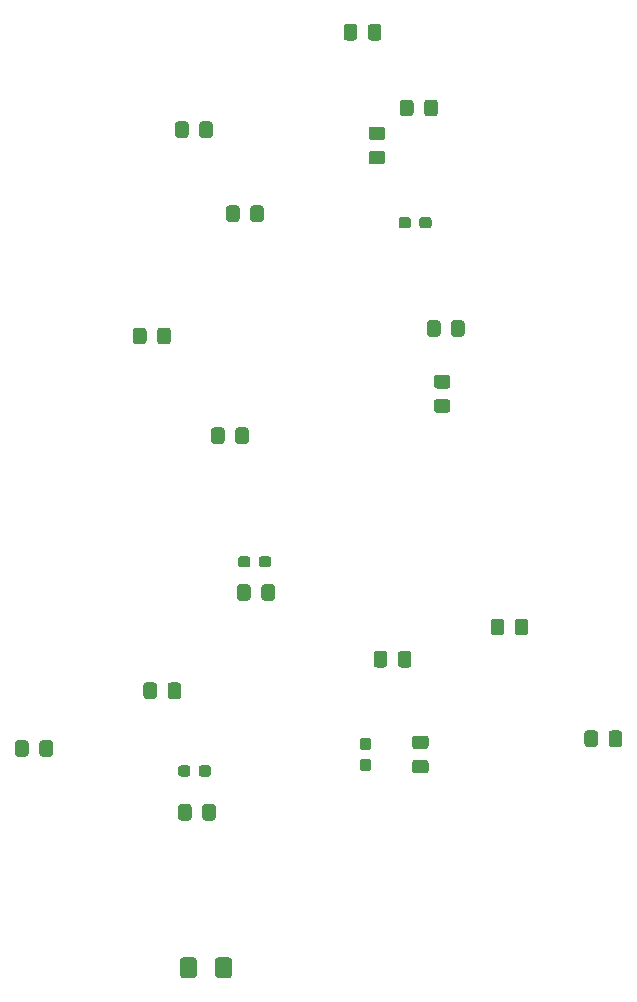
<source format=gbr>
%TF.GenerationSoftware,KiCad,Pcbnew,(5.1.8)-1*%
%TF.CreationDate,2021-11-03T02:03:20+01:00*%
%TF.ProjectId,_autosave-BaumOben,5f617574-6f73-4617-9665-2d4261756d4f,rev?*%
%TF.SameCoordinates,Original*%
%TF.FileFunction,Paste,Top*%
%TF.FilePolarity,Positive*%
%FSLAX46Y46*%
G04 Gerber Fmt 4.6, Leading zero omitted, Abs format (unit mm)*
G04 Created by KiCad (PCBNEW (5.1.8)-1) date 2021-11-03 02:03:20*
%MOMM*%
%LPD*%
G01*
G04 APERTURE LIST*
G04 APERTURE END LIST*
%TO.C,C1*%
G36*
G01*
X92099100Y-144541400D02*
X92099100Y-143291400D01*
G75*
G02*
X92349100Y-143041400I250000J0D01*
G01*
X93274100Y-143041400D01*
G75*
G02*
X93524100Y-143291400I0J-250000D01*
G01*
X93524100Y-144541400D01*
G75*
G02*
X93274100Y-144791400I-250000J0D01*
G01*
X92349100Y-144791400D01*
G75*
G02*
X92099100Y-144541400I0J250000D01*
G01*
G37*
G36*
G01*
X89124100Y-144541400D02*
X89124100Y-143291400D01*
G75*
G02*
X89374100Y-143041400I250000J0D01*
G01*
X90299100Y-143041400D01*
G75*
G02*
X90549100Y-143291400I0J-250000D01*
G01*
X90549100Y-144541400D01*
G75*
G02*
X90299100Y-144791400I-250000J0D01*
G01*
X89374100Y-144791400D01*
G75*
G02*
X89124100Y-144541400I0J250000D01*
G01*
G37*
%TD*%
%TO.C,R10*%
G36*
G01*
X91001000Y-131196501D02*
X91001000Y-130296499D01*
G75*
G02*
X91250999Y-130046500I249999J0D01*
G01*
X91901001Y-130046500D01*
G75*
G02*
X92151000Y-130296499I0J-249999D01*
G01*
X92151000Y-131196501D01*
G75*
G02*
X91901001Y-131446500I-249999J0D01*
G01*
X91250999Y-131446500D01*
G75*
G02*
X91001000Y-131196501I0J249999D01*
G01*
G37*
G36*
G01*
X88951000Y-131196501D02*
X88951000Y-130296499D01*
G75*
G02*
X89200999Y-130046500I249999J0D01*
G01*
X89851001Y-130046500D01*
G75*
G02*
X90101000Y-130296499I0J-249999D01*
G01*
X90101000Y-131196501D01*
G75*
G02*
X89851001Y-131446500I-249999J0D01*
G01*
X89200999Y-131446500D01*
G75*
G02*
X88951000Y-131196501I0J249999D01*
G01*
G37*
%TD*%
%TO.C,R8*%
G36*
G01*
X109924001Y-125407000D02*
X109023999Y-125407000D01*
G75*
G02*
X108774000Y-125157001I0J249999D01*
G01*
X108774000Y-124506999D01*
G75*
G02*
X109023999Y-124257000I249999J0D01*
G01*
X109924001Y-124257000D01*
G75*
G02*
X110174000Y-124506999I0J-249999D01*
G01*
X110174000Y-125157001D01*
G75*
G02*
X109924001Y-125407000I-249999J0D01*
G01*
G37*
G36*
G01*
X109924001Y-127457000D02*
X109023999Y-127457000D01*
G75*
G02*
X108774000Y-127207001I0J249999D01*
G01*
X108774000Y-126556999D01*
G75*
G02*
X109023999Y-126307000I249999J0D01*
G01*
X109924001Y-126307000D01*
G75*
G02*
X110174000Y-126556999I0J-249999D01*
G01*
X110174000Y-127207001D01*
G75*
G02*
X109924001Y-127457000I-249999J0D01*
G01*
G37*
%TD*%
%TO.C,R7*%
G36*
G01*
X96017500Y-112591001D02*
X96017500Y-111690999D01*
G75*
G02*
X96267499Y-111441000I249999J0D01*
G01*
X96917501Y-111441000D01*
G75*
G02*
X97167500Y-111690999I0J-249999D01*
G01*
X97167500Y-112591001D01*
G75*
G02*
X96917501Y-112841000I-249999J0D01*
G01*
X96267499Y-112841000D01*
G75*
G02*
X96017500Y-112591001I0J249999D01*
G01*
G37*
G36*
G01*
X93967500Y-112591001D02*
X93967500Y-111690999D01*
G75*
G02*
X94217499Y-111441000I249999J0D01*
G01*
X94867501Y-111441000D01*
G75*
G02*
X95117500Y-111690999I0J-249999D01*
G01*
X95117500Y-112591001D01*
G75*
G02*
X94867501Y-112841000I-249999J0D01*
G01*
X94217499Y-112841000D01*
G75*
G02*
X93967500Y-112591001I0J249999D01*
G01*
G37*
%TD*%
%TO.C,R3*%
G36*
G01*
X105340999Y-74745000D02*
X106241001Y-74745000D01*
G75*
G02*
X106491000Y-74994999I0J-249999D01*
G01*
X106491000Y-75645001D01*
G75*
G02*
X106241001Y-75895000I-249999J0D01*
G01*
X105340999Y-75895000D01*
G75*
G02*
X105091000Y-75645001I0J249999D01*
G01*
X105091000Y-74994999D01*
G75*
G02*
X105340999Y-74745000I249999J0D01*
G01*
G37*
G36*
G01*
X105340999Y-72695000D02*
X106241001Y-72695000D01*
G75*
G02*
X106491000Y-72944999I0J-249999D01*
G01*
X106491000Y-73595001D01*
G75*
G02*
X106241001Y-73845000I-249999J0D01*
G01*
X105340999Y-73845000D01*
G75*
G02*
X105091000Y-73595001I0J249999D01*
G01*
X105091000Y-72944999D01*
G75*
G02*
X105340999Y-72695000I249999J0D01*
G01*
G37*
%TD*%
%TO.C,R1*%
G36*
G01*
X110865499Y-95772500D02*
X111765501Y-95772500D01*
G75*
G02*
X112015500Y-96022499I0J-249999D01*
G01*
X112015500Y-96672501D01*
G75*
G02*
X111765501Y-96922500I-249999J0D01*
G01*
X110865499Y-96922500D01*
G75*
G02*
X110615500Y-96672501I0J249999D01*
G01*
X110615500Y-96022499D01*
G75*
G02*
X110865499Y-95772500I249999J0D01*
G01*
G37*
G36*
G01*
X110865499Y-93722500D02*
X111765501Y-93722500D01*
G75*
G02*
X112015500Y-93972499I0J-249999D01*
G01*
X112015500Y-94622501D01*
G75*
G02*
X111765501Y-94872500I-249999J0D01*
G01*
X110865499Y-94872500D01*
G75*
G02*
X110615500Y-94622501I0J249999D01*
G01*
X110615500Y-93972499D01*
G75*
G02*
X110865499Y-93722500I249999J0D01*
G01*
G37*
%TD*%
%TO.C,DY8*%
G36*
G01*
X93795000Y-99319501D02*
X93795000Y-98419499D01*
G75*
G02*
X94044999Y-98169500I249999J0D01*
G01*
X94695001Y-98169500D01*
G75*
G02*
X94945000Y-98419499I0J-249999D01*
G01*
X94945000Y-99319501D01*
G75*
G02*
X94695001Y-99569500I-249999J0D01*
G01*
X94044999Y-99569500D01*
G75*
G02*
X93795000Y-99319501I0J249999D01*
G01*
G37*
G36*
G01*
X91745000Y-99319501D02*
X91745000Y-98419499D01*
G75*
G02*
X91994999Y-98169500I249999J0D01*
G01*
X92645001Y-98169500D01*
G75*
G02*
X92895000Y-98419499I0J-249999D01*
G01*
X92895000Y-99319501D01*
G75*
G02*
X92645001Y-99569500I-249999J0D01*
G01*
X91994999Y-99569500D01*
G75*
G02*
X91745000Y-99319501I0J249999D01*
G01*
G37*
%TD*%
%TO.C,DY6*%
G36*
G01*
X109797000Y-71570001D02*
X109797000Y-70669999D01*
G75*
G02*
X110046999Y-70420000I249999J0D01*
G01*
X110697001Y-70420000D01*
G75*
G02*
X110947000Y-70669999I0J-249999D01*
G01*
X110947000Y-71570001D01*
G75*
G02*
X110697001Y-71820000I-249999J0D01*
G01*
X110046999Y-71820000D01*
G75*
G02*
X109797000Y-71570001I0J249999D01*
G01*
G37*
G36*
G01*
X107747000Y-71570001D02*
X107747000Y-70669999D01*
G75*
G02*
X107996999Y-70420000I249999J0D01*
G01*
X108647001Y-70420000D01*
G75*
G02*
X108897000Y-70669999I0J-249999D01*
G01*
X108897000Y-71570001D01*
G75*
G02*
X108647001Y-71820000I-249999J0D01*
G01*
X107996999Y-71820000D01*
G75*
G02*
X107747000Y-71570001I0J249999D01*
G01*
G37*
%TD*%
%TO.C,DY4*%
G36*
G01*
X111183000Y-89338999D02*
X111183000Y-90239001D01*
G75*
G02*
X110933001Y-90489000I-249999J0D01*
G01*
X110282999Y-90489000D01*
G75*
G02*
X110033000Y-90239001I0J249999D01*
G01*
X110033000Y-89338999D01*
G75*
G02*
X110282999Y-89089000I249999J0D01*
G01*
X110933001Y-89089000D01*
G75*
G02*
X111183000Y-89338999I0J-249999D01*
G01*
G37*
G36*
G01*
X113233000Y-89338999D02*
X113233000Y-90239001D01*
G75*
G02*
X112983001Y-90489000I-249999J0D01*
G01*
X112332999Y-90489000D01*
G75*
G02*
X112083000Y-90239001I0J249999D01*
G01*
X112083000Y-89338999D01*
G75*
G02*
X112332999Y-89089000I249999J0D01*
G01*
X112983001Y-89089000D01*
G75*
G02*
X113233000Y-89338999I0J-249999D01*
G01*
G37*
%TD*%
%TO.C,DY1*%
G36*
G01*
X88080000Y-120909501D02*
X88080000Y-120009499D01*
G75*
G02*
X88329999Y-119759500I249999J0D01*
G01*
X88980001Y-119759500D01*
G75*
G02*
X89230000Y-120009499I0J-249999D01*
G01*
X89230000Y-120909501D01*
G75*
G02*
X88980001Y-121159500I-249999J0D01*
G01*
X88329999Y-121159500D01*
G75*
G02*
X88080000Y-120909501I0J249999D01*
G01*
G37*
G36*
G01*
X86030000Y-120909501D02*
X86030000Y-120009499D01*
G75*
G02*
X86279999Y-119759500I249999J0D01*
G01*
X86930001Y-119759500D01*
G75*
G02*
X87180000Y-120009499I0J-249999D01*
G01*
X87180000Y-120909501D01*
G75*
G02*
X86930001Y-121159500I-249999J0D01*
G01*
X86279999Y-121159500D01*
G75*
G02*
X86030000Y-120909501I0J249999D01*
G01*
G37*
%TD*%
%TO.C,DR7*%
G36*
G01*
X87191000Y-90874001D02*
X87191000Y-89973999D01*
G75*
G02*
X87440999Y-89724000I249999J0D01*
G01*
X88091001Y-89724000D01*
G75*
G02*
X88341000Y-89973999I0J-249999D01*
G01*
X88341000Y-90874001D01*
G75*
G02*
X88091001Y-91124000I-249999J0D01*
G01*
X87440999Y-91124000D01*
G75*
G02*
X87191000Y-90874001I0J249999D01*
G01*
G37*
G36*
G01*
X85141000Y-90874001D02*
X85141000Y-89973999D01*
G75*
G02*
X85390999Y-89724000I249999J0D01*
G01*
X86041001Y-89724000D01*
G75*
G02*
X86291000Y-89973999I0J-249999D01*
G01*
X86291000Y-90874001D01*
G75*
G02*
X86041001Y-91124000I-249999J0D01*
G01*
X85390999Y-91124000D01*
G75*
G02*
X85141000Y-90874001I0J249999D01*
G01*
G37*
%TD*%
%TO.C,DR5*%
G36*
G01*
X117480500Y-115512001D02*
X117480500Y-114611999D01*
G75*
G02*
X117730499Y-114362000I249999J0D01*
G01*
X118380501Y-114362000D01*
G75*
G02*
X118630500Y-114611999I0J-249999D01*
G01*
X118630500Y-115512001D01*
G75*
G02*
X118380501Y-115762000I-249999J0D01*
G01*
X117730499Y-115762000D01*
G75*
G02*
X117480500Y-115512001I0J249999D01*
G01*
G37*
G36*
G01*
X115430500Y-115512001D02*
X115430500Y-114611999D01*
G75*
G02*
X115680499Y-114362000I249999J0D01*
G01*
X116330501Y-114362000D01*
G75*
G02*
X116580500Y-114611999I0J-249999D01*
G01*
X116580500Y-115512001D01*
G75*
G02*
X116330501Y-115762000I-249999J0D01*
G01*
X115680499Y-115762000D01*
G75*
G02*
X115430500Y-115512001I0J249999D01*
G01*
G37*
%TD*%
%TO.C,DR3*%
G36*
G01*
X104134500Y-64256499D02*
X104134500Y-65156501D01*
G75*
G02*
X103884501Y-65406500I-249999J0D01*
G01*
X103234499Y-65406500D01*
G75*
G02*
X102984500Y-65156501I0J249999D01*
G01*
X102984500Y-64256499D01*
G75*
G02*
X103234499Y-64006500I249999J0D01*
G01*
X103884501Y-64006500D01*
G75*
G02*
X104134500Y-64256499I0J-249999D01*
G01*
G37*
G36*
G01*
X106184500Y-64256499D02*
X106184500Y-65156501D01*
G75*
G02*
X105934501Y-65406500I-249999J0D01*
G01*
X105284499Y-65406500D01*
G75*
G02*
X105034500Y-65156501I0J249999D01*
G01*
X105034500Y-64256499D01*
G75*
G02*
X105284499Y-64006500I249999J0D01*
G01*
X105934501Y-64006500D01*
G75*
G02*
X106184500Y-64256499I0J-249999D01*
G01*
G37*
%TD*%
%TO.C,DR1*%
G36*
G01*
X77221500Y-125799001D02*
X77221500Y-124898999D01*
G75*
G02*
X77471499Y-124649000I249999J0D01*
G01*
X78121501Y-124649000D01*
G75*
G02*
X78371500Y-124898999I0J-249999D01*
G01*
X78371500Y-125799001D01*
G75*
G02*
X78121501Y-126049000I-249999J0D01*
G01*
X77471499Y-126049000D01*
G75*
G02*
X77221500Y-125799001I0J249999D01*
G01*
G37*
G36*
G01*
X75171500Y-125799001D02*
X75171500Y-124898999D01*
G75*
G02*
X75421499Y-124649000I249999J0D01*
G01*
X76071501Y-124649000D01*
G75*
G02*
X76321500Y-124898999I0J-249999D01*
G01*
X76321500Y-125799001D01*
G75*
G02*
X76071501Y-126049000I-249999J0D01*
G01*
X75421499Y-126049000D01*
G75*
G02*
X75171500Y-125799001I0J249999D01*
G01*
G37*
%TD*%
%TO.C,DG7*%
G36*
G01*
X89856000Y-72511499D02*
X89856000Y-73411501D01*
G75*
G02*
X89606001Y-73661500I-249999J0D01*
G01*
X88955999Y-73661500D01*
G75*
G02*
X88706000Y-73411501I0J249999D01*
G01*
X88706000Y-72511499D01*
G75*
G02*
X88955999Y-72261500I249999J0D01*
G01*
X89606001Y-72261500D01*
G75*
G02*
X89856000Y-72511499I0J-249999D01*
G01*
G37*
G36*
G01*
X91906000Y-72511499D02*
X91906000Y-73411501D01*
G75*
G02*
X91656001Y-73661500I-249999J0D01*
G01*
X91005999Y-73661500D01*
G75*
G02*
X90756000Y-73411501I0J249999D01*
G01*
X90756000Y-72511499D01*
G75*
G02*
X91005999Y-72261500I249999J0D01*
G01*
X91656001Y-72261500D01*
G75*
G02*
X91906000Y-72511499I0J-249999D01*
G01*
G37*
%TD*%
%TO.C,DG5*%
G36*
G01*
X125418000Y-124973501D02*
X125418000Y-124073499D01*
G75*
G02*
X125667999Y-123823500I249999J0D01*
G01*
X126318001Y-123823500D01*
G75*
G02*
X126568000Y-124073499I0J-249999D01*
G01*
X126568000Y-124973501D01*
G75*
G02*
X126318001Y-125223500I-249999J0D01*
G01*
X125667999Y-125223500D01*
G75*
G02*
X125418000Y-124973501I0J249999D01*
G01*
G37*
G36*
G01*
X123368000Y-124973501D02*
X123368000Y-124073499D01*
G75*
G02*
X123617999Y-123823500I249999J0D01*
G01*
X124268001Y-123823500D01*
G75*
G02*
X124518000Y-124073499I0J-249999D01*
G01*
X124518000Y-124973501D01*
G75*
G02*
X124268001Y-125223500I-249999J0D01*
G01*
X123617999Y-125223500D01*
G75*
G02*
X123368000Y-124973501I0J249999D01*
G01*
G37*
%TD*%
%TO.C,DG3*%
G36*
G01*
X107574500Y-118242501D02*
X107574500Y-117342499D01*
G75*
G02*
X107824499Y-117092500I249999J0D01*
G01*
X108474501Y-117092500D01*
G75*
G02*
X108724500Y-117342499I0J-249999D01*
G01*
X108724500Y-118242501D01*
G75*
G02*
X108474501Y-118492500I-249999J0D01*
G01*
X107824499Y-118492500D01*
G75*
G02*
X107574500Y-118242501I0J249999D01*
G01*
G37*
G36*
G01*
X105524500Y-118242501D02*
X105524500Y-117342499D01*
G75*
G02*
X105774499Y-117092500I249999J0D01*
G01*
X106424501Y-117092500D01*
G75*
G02*
X106674500Y-117342499I0J-249999D01*
G01*
X106674500Y-118242501D01*
G75*
G02*
X106424501Y-118492500I-249999J0D01*
G01*
X105774499Y-118492500D01*
G75*
G02*
X105524500Y-118242501I0J249999D01*
G01*
G37*
%TD*%
%TO.C,DG1*%
G36*
G01*
X95065000Y-80523501D02*
X95065000Y-79623499D01*
G75*
G02*
X95314999Y-79373500I249999J0D01*
G01*
X95965001Y-79373500D01*
G75*
G02*
X96215000Y-79623499I0J-249999D01*
G01*
X96215000Y-80523501D01*
G75*
G02*
X95965001Y-80773500I-249999J0D01*
G01*
X95314999Y-80773500D01*
G75*
G02*
X95065000Y-80523501I0J249999D01*
G01*
G37*
G36*
G01*
X93015000Y-80523501D02*
X93015000Y-79623499D01*
G75*
G02*
X93264999Y-79373500I249999J0D01*
G01*
X93915001Y-79373500D01*
G75*
G02*
X94165000Y-79623499I0J-249999D01*
G01*
X94165000Y-80523501D01*
G75*
G02*
X93915001Y-80773500I-249999J0D01*
G01*
X93264999Y-80773500D01*
G75*
G02*
X93015000Y-80523501I0J249999D01*
G01*
G37*
%TD*%
%TO.C,DB8*%
G36*
G01*
X90710500Y-127491500D02*
X90710500Y-127016500D01*
G75*
G02*
X90948000Y-126779000I237500J0D01*
G01*
X91523000Y-126779000D01*
G75*
G02*
X91760500Y-127016500I0J-237500D01*
G01*
X91760500Y-127491500D01*
G75*
G02*
X91523000Y-127729000I-237500J0D01*
G01*
X90948000Y-127729000D01*
G75*
G02*
X90710500Y-127491500I0J237500D01*
G01*
G37*
G36*
G01*
X88960500Y-127491500D02*
X88960500Y-127016500D01*
G75*
G02*
X89198000Y-126779000I237500J0D01*
G01*
X89773000Y-126779000D01*
G75*
G02*
X90010500Y-127016500I0J-237500D01*
G01*
X90010500Y-127491500D01*
G75*
G02*
X89773000Y-127729000I-237500J0D01*
G01*
X89198000Y-127729000D01*
G75*
G02*
X88960500Y-127491500I0J237500D01*
G01*
G37*
%TD*%
%TO.C,DB7*%
G36*
G01*
X109379500Y-81073000D02*
X109379500Y-80598000D01*
G75*
G02*
X109617000Y-80360500I237500J0D01*
G01*
X110192000Y-80360500D01*
G75*
G02*
X110429500Y-80598000I0J-237500D01*
G01*
X110429500Y-81073000D01*
G75*
G02*
X110192000Y-81310500I-237500J0D01*
G01*
X109617000Y-81310500D01*
G75*
G02*
X109379500Y-81073000I0J237500D01*
G01*
G37*
G36*
G01*
X107629500Y-81073000D02*
X107629500Y-80598000D01*
G75*
G02*
X107867000Y-80360500I237500J0D01*
G01*
X108442000Y-80360500D01*
G75*
G02*
X108679500Y-80598000I0J-237500D01*
G01*
X108679500Y-81073000D01*
G75*
G02*
X108442000Y-81310500I-237500J0D01*
G01*
X107867000Y-81310500D01*
G75*
G02*
X107629500Y-81073000I0J237500D01*
G01*
G37*
%TD*%
%TO.C,DB4*%
G36*
G01*
X105076000Y-125507000D02*
X104601000Y-125507000D01*
G75*
G02*
X104363500Y-125269500I0J237500D01*
G01*
X104363500Y-124694500D01*
G75*
G02*
X104601000Y-124457000I237500J0D01*
G01*
X105076000Y-124457000D01*
G75*
G02*
X105313500Y-124694500I0J-237500D01*
G01*
X105313500Y-125269500D01*
G75*
G02*
X105076000Y-125507000I-237500J0D01*
G01*
G37*
G36*
G01*
X105076000Y-127257000D02*
X104601000Y-127257000D01*
G75*
G02*
X104363500Y-127019500I0J237500D01*
G01*
X104363500Y-126444500D01*
G75*
G02*
X104601000Y-126207000I237500J0D01*
G01*
X105076000Y-126207000D01*
G75*
G02*
X105313500Y-126444500I0J-237500D01*
G01*
X105313500Y-127019500D01*
G75*
G02*
X105076000Y-127257000I-237500J0D01*
G01*
G37*
%TD*%
%TO.C,DB2*%
G36*
G01*
X95790500Y-109775000D02*
X95790500Y-109300000D01*
G75*
G02*
X96028000Y-109062500I237500J0D01*
G01*
X96603000Y-109062500D01*
G75*
G02*
X96840500Y-109300000I0J-237500D01*
G01*
X96840500Y-109775000D01*
G75*
G02*
X96603000Y-110012500I-237500J0D01*
G01*
X96028000Y-110012500D01*
G75*
G02*
X95790500Y-109775000I0J237500D01*
G01*
G37*
G36*
G01*
X94040500Y-109775000D02*
X94040500Y-109300000D01*
G75*
G02*
X94278000Y-109062500I237500J0D01*
G01*
X94853000Y-109062500D01*
G75*
G02*
X95090500Y-109300000I0J-237500D01*
G01*
X95090500Y-109775000D01*
G75*
G02*
X94853000Y-110012500I-237500J0D01*
G01*
X94278000Y-110012500D01*
G75*
G02*
X94040500Y-109775000I0J237500D01*
G01*
G37*
%TD*%
M02*

</source>
